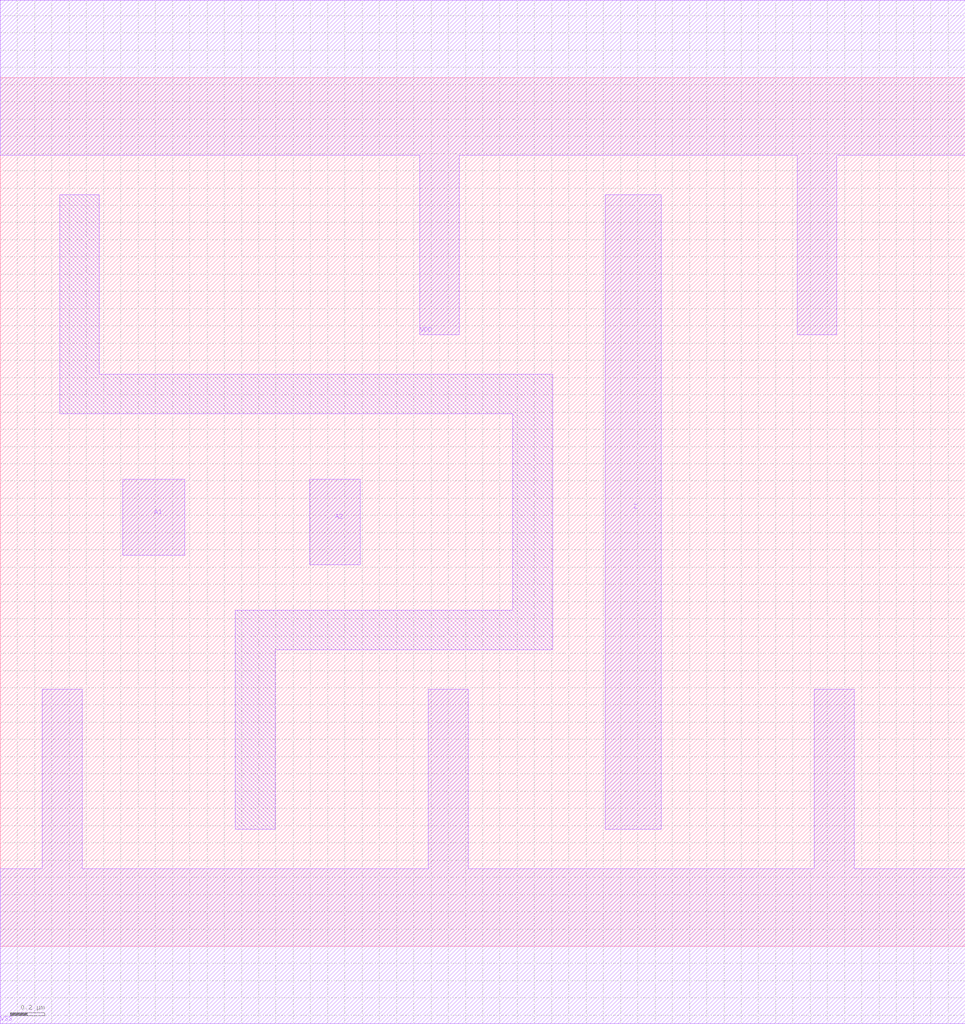
<source format=lef>
# Copyright 2022 GlobalFoundries PDK Authors
#
# Licensed under the Apache License, Version 2.0 (the "License");
# you may not use this file except in compliance with the License.
# You may obtain a copy of the License at
#
#      http://www.apache.org/licenses/LICENSE-2.0
#
# Unless required by applicable law or agreed to in writing, software
# distributed under the License is distributed on an "AS IS" BASIS,
# WITHOUT WARRANTIES OR CONDITIONS OF ANY KIND, either express or implied.
# See the License for the specific language governing permissions and
# limitations under the License.

MACRO gf180mcu_fd_sc_mcu9t5v0__or2_2
  CLASS core ;
  FOREIGN gf180mcu_fd_sc_mcu9t5v0__or2_2 0.0 0.0 ;
  ORIGIN 0 0 ;
  SYMMETRY X Y ;
  SITE GF018hv5v_green_sc9 ;
  SIZE 5.6 BY 5.04 ;
  PIN A1
    DIRECTION INPUT ;
    ANTENNAGATEAREA 1.707 ;
    PORT
      LAYER METAL1 ;
        POLYGON 0.71 2.27 1.07 2.27 1.07 2.71 0.71 2.71  ;
    END
  END A1
  PIN A2
    DIRECTION INPUT ;
    ANTENNAGATEAREA 1.707 ;
    PORT
      LAYER METAL1 ;
        POLYGON 1.795 2.215 2.09 2.215 2.09 2.71 1.795 2.71  ;
    END
  END A2
  PIN Z
    DIRECTION OUTPUT ;
    ANTENNADIFFAREA 1.7295 ;
    PORT
      LAYER METAL1 ;
        POLYGON 3.51 0.68 3.835 0.68 3.835 4.36 3.51 4.36  ;
    END
  END Z
  PIN VDD
    DIRECTION INOUT ;
    USE power ;
    SHAPE ABUTMENT ;
    PORT
      LAYER METAL1 ;
        POLYGON 0 4.59 2.435 4.59 2.435 3.55 2.665 3.55 2.665 4.59 3.205 4.59 4.625 4.59 4.625 3.55 4.855 3.55 4.855 4.59 5.6 4.59 5.6 5.49 3.205 5.49 0 5.49  ;
    END
  END VDD
  PIN VSS
    DIRECTION INOUT ;
    USE ground ;
    SHAPE ABUTMENT ;
    PORT
      LAYER METAL1 ;
        POLYGON 0 -0.45 5.6 -0.45 5.6 0.45 4.955 0.45 4.955 1.49 4.725 1.49 4.725 0.45 2.715 0.45 2.715 1.49 2.485 1.49 2.485 0.45 0.475 0.45 0.475 1.49 0.245 1.49 0.245 0.45 0 0.45  ;
    END
  END VSS
  OBS
      LAYER METAL1 ;
        POLYGON 0.345 3.09 2.975 3.09 2.975 1.95 1.365 1.95 1.365 0.68 1.595 0.68 1.595 1.72 3.205 1.72 3.205 3.32 0.575 3.32 0.575 4.36 0.345 4.36  ;
  END
END gf180mcu_fd_sc_mcu9t5v0__or2_2

</source>
